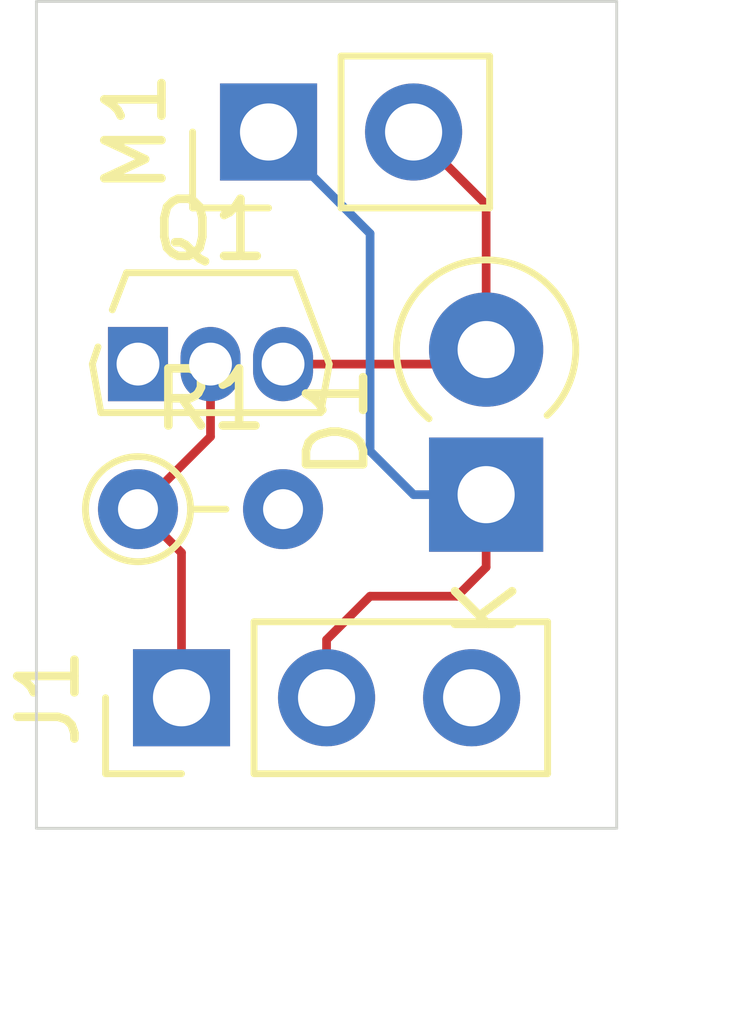
<source format=kicad_pcb>
(kicad_pcb (version 20171130) (host pcbnew "(5.1.6-0-10_14)")

  (general
    (thickness 1.6)
    (drawings 4)
    (tracks 17)
    (zones 0)
    (modules 5)
    (nets 5)
  )

  (page USLegal)
  (title_block
    (title Corrosion_Monitor)
    (date 2021-03-04)
    (rev v00)
    (company "Cedar Grove Studios")
  )

  (layers
    (0 F.Cu signal)
    (31 B.Cu signal)
    (32 B.Adhes user)
    (33 F.Adhes user)
    (34 B.Paste user)
    (35 F.Paste user)
    (36 B.SilkS user)
    (37 F.SilkS user)
    (38 B.Mask user)
    (39 F.Mask user)
    (40 Dwgs.User user)
    (41 Cmts.User user)
    (42 Eco1.User user)
    (43 Eco2.User user)
    (44 Edge.Cuts user)
    (45 Margin user)
    (46 B.CrtYd user)
    (47 F.CrtYd user)
    (48 B.Fab user)
    (49 F.Fab user)
  )

  (setup
    (last_trace_width 0.1524)
    (trace_clearance 0.1524)
    (zone_clearance 0.254)
    (zone_45_only no)
    (trace_min 0.1524)
    (via_size 0.6858)
    (via_drill 0.3302)
    (via_min_size 0.6858)
    (via_min_drill 0.3302)
    (uvia_size 0.6858)
    (uvia_drill 0.3302)
    (uvias_allowed no)
    (uvia_min_size 0.6858)
    (uvia_min_drill 0.3302)
    (edge_width 0.05)
    (segment_width 0.2)
    (pcb_text_width 0.3)
    (pcb_text_size 1.5 1.5)
    (mod_edge_width 0.12)
    (mod_text_size 1 1)
    (mod_text_width 0.15)
    (pad_size 2.2 8.2)
    (pad_drill 2.2)
    (pad_to_mask_clearance 0.0508)
    (aux_axis_origin 0 0)
    (visible_elements FFFFFF7F)
    (pcbplotparams
      (layerselection 0x010f8_ffffffff)
      (usegerberextensions false)
      (usegerberattributes true)
      (usegerberadvancedattributes true)
      (creategerberjobfile true)
      (excludeedgelayer true)
      (linewidth 0.100000)
      (plotframeref false)
      (viasonmask false)
      (mode 1)
      (useauxorigin false)
      (hpglpennumber 1)
      (hpglpenspeed 20)
      (hpglpendiameter 15.000000)
      (psnegative false)
      (psa4output false)
      (plotreference true)
      (plotvalue true)
      (plotinvisibletext false)
      (padsonsilk false)
      (subtractmaskfromsilk false)
      (outputformat 1)
      (mirror false)
      (drillshape 0)
      (scaleselection 1)
      (outputdirectory ""))
  )

  (net 0 "")
  (net 1 +3V3)
  (net 2 GND)
  (net 3 "Net-(D1-Pad2)")
  (net 4 "Net-(J1-Pad1)")

  (net_class Default "This is the default net class."
    (clearance 0.1524)
    (trace_width 0.1524)
    (via_dia 0.6858)
    (via_drill 0.3302)
    (uvia_dia 0.6858)
    (uvia_drill 0.3302)
    (diff_pair_width 0.1524)
    (diff_pair_gap 0.1524)
    (add_net +3V3)
    (add_net GND)
    (add_net "Net-(D1-Pad2)")
    (add_net "Net-(J1-Pad1)")
  )

  (net_class Power ""
    (clearance 0.2032)
    (trace_width 0.2032)
    (via_dia 0.8128)
    (via_drill 0.508)
    (uvia_dia 0.6858)
    (uvia_drill 0.3302)
    (diff_pair_width 0.1524)
    (diff_pair_gap 0.1524)
  )

  (module Diode_THT:D_T-1_P2.54mm_Vertical_KathodeUp (layer F.Cu) (tedit 5AE50CD5) (tstamp 60415864)
    (at 131.064 98.298 90)
    (descr "Diode, T-1 series, Axial, Vertical, pin pitch=2.54mm, , length*diameter=3.2*2.6mm^2, , http://www.diodes.com/_files/packages/T-1.pdf")
    (tags "Diode T-1 series Axial Vertical pin pitch 2.54mm  length 3.2mm diameter 2.6mm")
    (path /60423CEB)
    (fp_text reference D1 (at 1.27 -2.609214 90) (layer F.SilkS)
      (effects (font (size 1 1) (thickness 0.15)))
    )
    (fp_text value D (at 1.27 3.498214 90) (layer F.Fab)
      (effects (font (size 1 1) (thickness 0.15)))
    )
    (fp_circle (center 2.54 0) (end 3.84 0) (layer F.Fab) (width 0.1))
    (fp_line (start 0 0) (end 2.54 0) (layer F.Fab) (width 0.1))
    (fp_line (start -1.25 -1.55) (end -1.25 1.55) (layer F.CrtYd) (width 0.05))
    (fp_line (start -1.25 1.55) (end 4.09 1.55) (layer F.CrtYd) (width 0.05))
    (fp_line (start 4.09 1.55) (end 4.09 -1.55) (layer F.CrtYd) (width 0.05))
    (fp_line (start 4.09 -1.55) (end -1.25 -1.55) (layer F.CrtYd) (width 0.05))
    (fp_arc (start 2.54 0) (end 1.329228 -1) (angle 277.594921) (layer F.SilkS) (width 0.12))
    (fp_text user %R (at 1.27 -2.609214 90) (layer F.Fab)
      (effects (font (size 1 1) (thickness 0.15)))
    )
    (fp_text user K (at -2 0 90) (layer F.Fab)
      (effects (font (size 1 1) (thickness 0.15)))
    )
    (fp_text user K (at -2 0 90) (layer F.SilkS)
      (effects (font (size 1 1) (thickness 0.15)))
    )
    (pad 1 thru_hole rect (at 0 0 90) (size 2 2) (drill 1) (layers *.Cu *.Mask)
      (net 1 +3V3))
    (pad 2 thru_hole oval (at 2.54 0 90) (size 2 2) (drill 1) (layers *.Cu *.Mask)
      (net 3 "Net-(D1-Pad2)"))
    (model ${KISYS3DMOD}/Diode_THT.3dshapes/D_T-1_P2.54mm_Vertical_KathodeUp.wrl
      (at (xyz 0 0 0))
      (scale (xyz 1 1 1))
      (rotate (xyz 0 0 0))
    )
  )

  (module Connector_PinHeader_2.54mm:PinHeader_1x03_P2.54mm_Vertical (layer F.Cu) (tedit 59FED5CC) (tstamp 6041587B)
    (at 125.73 101.854 90)
    (descr "Through hole straight pin header, 1x03, 2.54mm pitch, single row")
    (tags "Through hole pin header THT 1x03 2.54mm single row")
    (path /604249C6)
    (fp_text reference J1 (at 0 -2.33 90) (layer F.SilkS)
      (effects (font (size 1 1) (thickness 0.15)))
    )
    (fp_text value "Stemma 3-pin" (at 0 7.41 90) (layer F.Fab)
      (effects (font (size 1 1) (thickness 0.15)))
    )
    (fp_line (start -0.635 -1.27) (end 1.27 -1.27) (layer F.Fab) (width 0.1))
    (fp_line (start 1.27 -1.27) (end 1.27 6.35) (layer F.Fab) (width 0.1))
    (fp_line (start 1.27 6.35) (end -1.27 6.35) (layer F.Fab) (width 0.1))
    (fp_line (start -1.27 6.35) (end -1.27 -0.635) (layer F.Fab) (width 0.1))
    (fp_line (start -1.27 -0.635) (end -0.635 -1.27) (layer F.Fab) (width 0.1))
    (fp_line (start -1.33 6.41) (end 1.33 6.41) (layer F.SilkS) (width 0.12))
    (fp_line (start -1.33 1.27) (end -1.33 6.41) (layer F.SilkS) (width 0.12))
    (fp_line (start 1.33 1.27) (end 1.33 6.41) (layer F.SilkS) (width 0.12))
    (fp_line (start -1.33 1.27) (end 1.33 1.27) (layer F.SilkS) (width 0.12))
    (fp_line (start -1.33 0) (end -1.33 -1.33) (layer F.SilkS) (width 0.12))
    (fp_line (start -1.33 -1.33) (end 0 -1.33) (layer F.SilkS) (width 0.12))
    (fp_line (start -1.8 -1.8) (end -1.8 6.85) (layer F.CrtYd) (width 0.05))
    (fp_line (start -1.8 6.85) (end 1.8 6.85) (layer F.CrtYd) (width 0.05))
    (fp_line (start 1.8 6.85) (end 1.8 -1.8) (layer F.CrtYd) (width 0.05))
    (fp_line (start 1.8 -1.8) (end -1.8 -1.8) (layer F.CrtYd) (width 0.05))
    (fp_text user %R (at 0 2.54) (layer F.Fab)
      (effects (font (size 1 1) (thickness 0.15)))
    )
    (pad 1 thru_hole rect (at 0 0 90) (size 1.7 1.7) (drill 1) (layers *.Cu *.Mask)
      (net 4 "Net-(J1-Pad1)"))
    (pad 2 thru_hole oval (at 0 2.54 90) (size 1.7 1.7) (drill 1) (layers *.Cu *.Mask)
      (net 1 +3V3))
    (pad 3 thru_hole oval (at 0 5.08 90) (size 1.7 1.7) (drill 1) (layers *.Cu *.Mask)
      (net 2 GND))
    (model ${KISYS3DMOD}/Connector_PinHeader_2.54mm.3dshapes/PinHeader_1x03_P2.54mm_Vertical.wrl
      (at (xyz 0 0 0))
      (scale (xyz 1 1 1))
      (rotate (xyz 0 0 0))
    )
  )

  (module Connector_PinHeader_2.54mm:PinHeader_1x02_P2.54mm_Vertical (layer F.Cu) (tedit 59FED5CC) (tstamp 60415891)
    (at 127.254 91.948 90)
    (descr "Through hole straight pin header, 1x02, 2.54mm pitch, single row")
    (tags "Through hole pin header THT 1x02 2.54mm single row")
    (path /60421DBB)
    (fp_text reference M1 (at 0 -2.33 90) (layer F.SilkS)
      (effects (font (size 1 1) (thickness 0.15)))
    )
    (fp_text value Fan (at 0 4.87 90) (layer F.Fab)
      (effects (font (size 1 1) (thickness 0.15)))
    )
    (fp_line (start -0.635 -1.27) (end 1.27 -1.27) (layer F.Fab) (width 0.1))
    (fp_line (start 1.27 -1.27) (end 1.27 3.81) (layer F.Fab) (width 0.1))
    (fp_line (start 1.27 3.81) (end -1.27 3.81) (layer F.Fab) (width 0.1))
    (fp_line (start -1.27 3.81) (end -1.27 -0.635) (layer F.Fab) (width 0.1))
    (fp_line (start -1.27 -0.635) (end -0.635 -1.27) (layer F.Fab) (width 0.1))
    (fp_line (start -1.33 3.87) (end 1.33 3.87) (layer F.SilkS) (width 0.12))
    (fp_line (start -1.33 1.27) (end -1.33 3.87) (layer F.SilkS) (width 0.12))
    (fp_line (start 1.33 1.27) (end 1.33 3.87) (layer F.SilkS) (width 0.12))
    (fp_line (start -1.33 1.27) (end 1.33 1.27) (layer F.SilkS) (width 0.12))
    (fp_line (start -1.33 0) (end -1.33 -1.33) (layer F.SilkS) (width 0.12))
    (fp_line (start -1.33 -1.33) (end 0 -1.33) (layer F.SilkS) (width 0.12))
    (fp_line (start -1.8 -1.8) (end -1.8 4.35) (layer F.CrtYd) (width 0.05))
    (fp_line (start -1.8 4.35) (end 1.8 4.35) (layer F.CrtYd) (width 0.05))
    (fp_line (start 1.8 4.35) (end 1.8 -1.8) (layer F.CrtYd) (width 0.05))
    (fp_line (start 1.8 -1.8) (end -1.8 -1.8) (layer F.CrtYd) (width 0.05))
    (fp_text user %R (at 0 1.27) (layer F.Fab)
      (effects (font (size 1 1) (thickness 0.15)))
    )
    (pad 1 thru_hole rect (at 0 0 90) (size 1.7 1.7) (drill 1) (layers *.Cu *.Mask)
      (net 1 +3V3))
    (pad 2 thru_hole oval (at 0 2.54 90) (size 1.7 1.7) (drill 1) (layers *.Cu *.Mask)
      (net 3 "Net-(D1-Pad2)"))
    (model ${KISYS3DMOD}/Connector_PinHeader_2.54mm.3dshapes/PinHeader_1x02_P2.54mm_Vertical.wrl
      (at (xyz 0 0 0))
      (scale (xyz 1 1 1))
      (rotate (xyz 0 0 0))
    )
  )

  (module Package_TO_SOT_THT:TO-92S (layer F.Cu) (tedit 5A2794EE) (tstamp 604170C3)
    (at 124.968 96.012)
    (descr "TO-92S package, drill 0.75mm (https://www.diodes.com/assets/Package-Files/TO92S%20(Type%20B).pdf)")
    (tags "to-92S transistor")
    (path /6041F6F4)
    (fp_text reference Q1 (at 1.27 -2.35) (layer F.SilkS)
      (effects (font (size 1 1) (thickness 0.15)))
    )
    (fp_text value TN0104 (at 1.15 1.8) (layer F.Fab)
      (effects (font (size 1 1) (thickness 0.15)))
    )
    (fp_line (start -0.6 0.75) (end 3.15 0.75) (layer F.Fab) (width 0.12))
    (fp_line (start 3.15 0.75) (end 3.3 0) (layer F.Fab) (width 0.12))
    (fp_line (start 3.3 0) (end 2.7 -1.55) (layer F.Fab) (width 0.12))
    (fp_line (start -0.6 0.75) (end -0.75 0) (layer F.Fab) (width 0.12))
    (fp_line (start -0.75 0) (end -0.15 -1.55) (layer F.Fab) (width 0.12))
    (fp_line (start -0.15 -1.55) (end 2.7 -1.55) (layer F.Fab) (width 0.12))
    (fp_line (start -0.65 0.85) (end 3.2 0.85) (layer F.SilkS) (width 0.12))
    (fp_line (start 3.2 0.85) (end 3.35 0) (layer F.SilkS) (width 0.12))
    (fp_line (start 3.35 0) (end 2.75 -1.6) (layer F.SilkS) (width 0.12))
    (fp_line (start 2.75 -1.6) (end -0.2 -1.6) (layer F.SilkS) (width 0.12))
    (fp_line (start -0.7 -0.3) (end -0.8 0) (layer F.SilkS) (width 0.12))
    (fp_line (start -0.8 0) (end -0.65 0.85) (layer F.SilkS) (width 0.12))
    (fp_line (start -0.75 1) (end 3.3 1) (layer F.CrtYd) (width 0.05))
    (fp_line (start 3.3 1) (end 3.5 0) (layer F.CrtYd) (width 0.05))
    (fp_line (start 3.5 0) (end 2.85 -1.8) (layer F.CrtYd) (width 0.05))
    (fp_line (start 2.85 -1.8) (end -0.3 -1.8) (layer F.CrtYd) (width 0.05))
    (fp_line (start -0.3 -1.8) (end -1 0) (layer F.CrtYd) (width 0.05))
    (fp_line (start -1 0) (end -0.75 1) (layer F.CrtYd) (width 0.05))
    (fp_line (start -0.2 -1.6) (end -0.45 -0.95) (layer F.SilkS) (width 0.12))
    (fp_text user %R (at 1.27 -2.35) (layer F.Fab)
      (effects (font (size 1 1) (thickness 0.15)))
    )
    (pad 2 thru_hole oval (at 1.27 0 180) (size 1.05 1.3) (drill 0.75) (layers *.Cu *.Mask)
      (net 4 "Net-(J1-Pad1)"))
    (pad 3 thru_hole oval (at 2.54 0 180) (size 1.05 1.3) (drill 0.75) (layers *.Cu *.Mask)
      (net 3 "Net-(D1-Pad2)"))
    (pad 1 thru_hole rect (at 0 0 180) (size 1.05 1.3) (drill 0.75) (layers *.Cu *.Mask)
      (net 2 GND))
    (model ${KISYS3DMOD}/Package_TO_SOT_THT.3dshapes/TO-92S.wrl
      (at (xyz 0 0 0))
      (scale (xyz 1 1 1))
      (rotate (xyz 0 0 0))
    )
  )

  (module Resistor_THT:R_Axial_DIN0204_L3.6mm_D1.6mm_P2.54mm_Vertical (layer F.Cu) (tedit 5AE5139B) (tstamp 604170C4)
    (at 124.968 98.552)
    (descr "Resistor, Axial_DIN0204 series, Axial, Vertical, pin pitch=2.54mm, 0.167W, length*diameter=3.6*1.6mm^2, http://cdn-reichelt.de/documents/datenblatt/B400/1_4W%23YAG.pdf")
    (tags "Resistor Axial_DIN0204 series Axial Vertical pin pitch 2.54mm 0.167W length 3.6mm diameter 1.6mm")
    (path /604235FB)
    (fp_text reference R1 (at 1.27 -1.92) (layer F.SilkS)
      (effects (font (size 1 1) (thickness 0.15)))
    )
    (fp_text value 100k (at 1.27 1.92) (layer F.Fab)
      (effects (font (size 1 1) (thickness 0.15)))
    )
    (fp_line (start 3.49 -1.05) (end -1.05 -1.05) (layer F.CrtYd) (width 0.05))
    (fp_line (start 3.49 1.05) (end 3.49 -1.05) (layer F.CrtYd) (width 0.05))
    (fp_line (start -1.05 1.05) (end 3.49 1.05) (layer F.CrtYd) (width 0.05))
    (fp_line (start -1.05 -1.05) (end -1.05 1.05) (layer F.CrtYd) (width 0.05))
    (fp_line (start 0.92 0) (end 1.54 0) (layer F.SilkS) (width 0.12))
    (fp_line (start 0 0) (end 2.54 0) (layer F.Fab) (width 0.1))
    (fp_circle (center 0 0) (end 0.92 0) (layer F.SilkS) (width 0.12))
    (fp_circle (center 0 0) (end 0.8 0) (layer F.Fab) (width 0.1))
    (fp_text user %R (at 1.27 -1.92) (layer F.Fab)
      (effects (font (size 1 1) (thickness 0.15)))
    )
    (pad 1 thru_hole circle (at 0 0) (size 1.4 1.4) (drill 0.7) (layers *.Cu *.Mask)
      (net 4 "Net-(J1-Pad1)"))
    (pad 2 thru_hole oval (at 2.54 0) (size 1.4 1.4) (drill 0.7) (layers *.Cu *.Mask)
      (net 2 GND))
    (model ${KISYS3DMOD}/Resistor_THT.3dshapes/R_Axial_DIN0204_L3.6mm_D1.6mm_P2.54mm_Vertical.wrl
      (at (xyz 0 0 0))
      (scale (xyz 1 1 1))
      (rotate (xyz 0 0 0))
    )
  )

  (gr_line (start 123.19 89.662) (end 123.19 104.14) (layer Edge.Cuts) (width 0.05) (tstamp 6041724F))
  (gr_line (start 133.35 89.662) (end 123.19 89.662) (layer Edge.Cuts) (width 0.05))
  (gr_line (start 133.35 104.14) (end 133.35 89.662) (layer Edge.Cuts) (width 0.05))
  (gr_line (start 123.19 104.14) (end 133.35 104.14) (layer Edge.Cuts) (width 0.05))

  (segment (start 128.27 101.854) (end 128.27 100.838) (width 0.1524) (layer F.Cu) (net 1))
  (segment (start 128.27 100.838) (end 129.032 100.076) (width 0.1524) (layer F.Cu) (net 1))
  (segment (start 129.032 100.076) (end 130.556 100.076) (width 0.1524) (layer F.Cu) (net 1))
  (segment (start 131.064 99.568) (end 131.064 98.298) (width 0.1524) (layer F.Cu) (net 1))
  (segment (start 130.556 100.076) (end 131.064 99.568) (width 0.1524) (layer F.Cu) (net 1))
  (segment (start 131.064 98.298) (end 129.794 98.298) (width 0.1524) (layer B.Cu) (net 1))
  (segment (start 129.794 98.298) (end 129.032 97.536) (width 0.1524) (layer B.Cu) (net 1))
  (segment (start 129.032 93.726) (end 127.254 91.948) (width 0.1524) (layer B.Cu) (net 1))
  (segment (start 129.032 97.536) (end 129.032 93.726) (width 0.1524) (layer B.Cu) (net 1))
  (segment (start 130.81 96.012) (end 131.064 95.758) (width 0.1524) (layer F.Cu) (net 3))
  (segment (start 127.508 96.012) (end 130.81 96.012) (width 0.1524) (layer F.Cu) (net 3))
  (segment (start 129.794 91.948) (end 131.064 93.218) (width 0.1524) (layer F.Cu) (net 3))
  (segment (start 131.064 93.218) (end 131.064 95.758) (width 0.1524) (layer F.Cu) (net 3))
  (segment (start 126.238 97.282) (end 124.968 98.552) (width 0.1524) (layer F.Cu) (net 4))
  (segment (start 126.238 96.012) (end 126.238 97.282) (width 0.1524) (layer F.Cu) (net 4))
  (segment (start 124.968 98.552) (end 125.73 99.314) (width 0.1524) (layer F.Cu) (net 4))
  (segment (start 125.73 99.314) (end 125.73 101.854) (width 0.1524) (layer F.Cu) (net 4))

)

</source>
